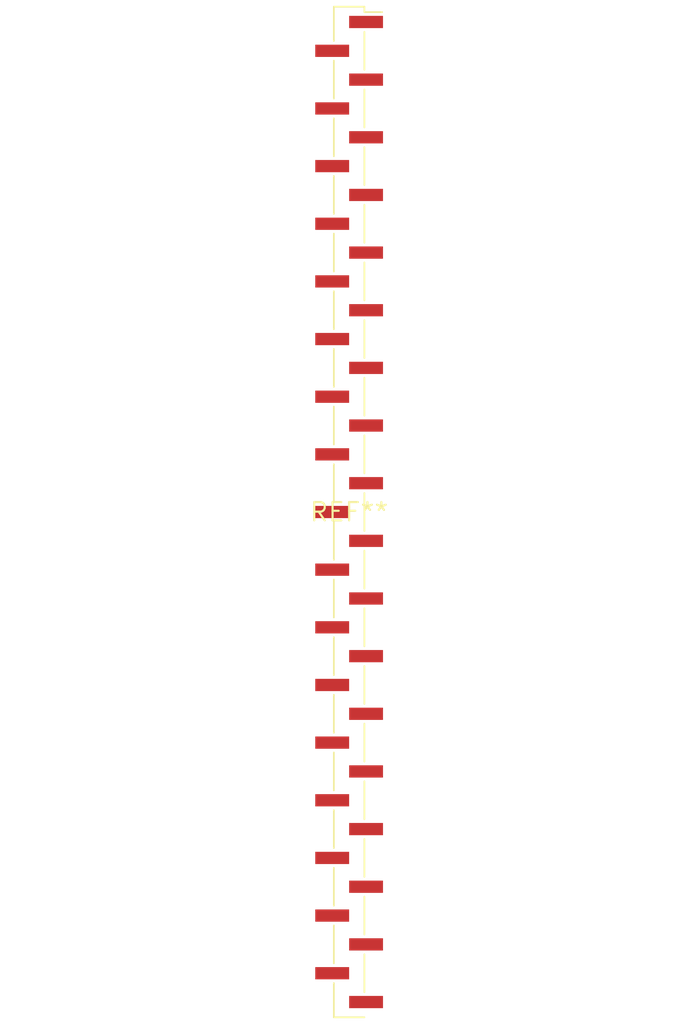
<source format=kicad_pcb>
(kicad_pcb (version 20240108) (generator pcbnew)
  (layers (0 "F.Cu" signal) (31 "B.Cu" signal) (34 "B.Paste" user) (35 "F.Paste" user) (36 "B.SilkS" user "B.Silkscreen") (37 "F.SilkS" user "F.Silkscreen") (38 "B.Mask" user) (39 "F.Mask" user) (44 "Edge.Cuts" user))
  (net 0 "")
  (footprint "PinHeader_1x35_P2.00mm_Vertical_SMD_Pin1Right" (layer "F.Cu") (at 0 0)
    (property "Reference" "REF**")
    (property "Value" "PinHeader_1x35_P2.00mm_Vertical_SMD_Pin1Right")
    (fp_line (start -1.06 -35.06) (end -1.06 -32.685) (layer "F.SilkS") (stroke (width 0.12)))
    (fp_line (start -1.06 -35.06) (end 1.06 -35.06) (layer "F.SilkS") (stroke (width 0.12)))
    (fp_line (start -1.06 -31.315) (end -1.06 -28.685) (layer "F.SilkS") (stroke (width 0.12)))
    (fp_line (start -1.06 -27.315) (end -1.06 -24.685) (layer "F.SilkS") (stroke (width 0.12)))
    (fp_line (start -1.06 -23.315) (end -1.06 -20.685) (layer "F.SilkS") (stroke (width 0.12)))
    (fp_line (start -1.06 -19.315) (end -1.06 -16.685) (layer "F.SilkS") (stroke (width 0.12)))
    (fp_line (start -1.06 -15.315) (end -1.06 -12.685) (layer "F.SilkS") (stroke (width 0.12)))
    (fp_line (start -1.06 -11.315) (end -1.06 -8.685) (layer "F.SilkS") (stroke (width 0.12)))
    (fp_line (start -1.06 -7.315) (end -1.06 -4.685) (layer "F.SilkS") (stroke (width 0.12)))
    (fp_line (start -1.06 -3.315) (end -1.06 -0.685) (layer "F.SilkS") (stroke (width 0.12)))
    (fp_line (start -1.06 0.685) (end -1.06 3.315) (layer "F.SilkS") (stroke (width 0.12)))
    (fp_line (start -1.06 4.685) (end -1.06 7.315) (layer "F.SilkS") (stroke (width 0.12)))
    (fp_line (start -1.06 8.685) (end -1.06 11.315) (layer "F.SilkS") (stroke (width 0.12)))
    (fp_line (start -1.06 12.685) (end -1.06 15.315) (layer "F.SilkS") (stroke (width 0.12)))
    (fp_line (start -1.06 16.685) (end -1.06 19.315) (layer "F.SilkS") (stroke (width 0.12)))
    (fp_line (start -1.06 20.685) (end -1.06 23.315) (layer "F.SilkS") (stroke (width 0.12)))
    (fp_line (start -1.06 24.685) (end -1.06 27.315) (layer "F.SilkS") (stroke (width 0.12)))
    (fp_line (start -1.06 28.685) (end -1.06 31.315) (layer "F.SilkS") (stroke (width 0.12)))
    (fp_line (start -1.06 32.685) (end -1.06 35.06) (layer "F.SilkS") (stroke (width 0.12)))
    (fp_line (start -1.06 34.685) (end -1.06 35.06) (layer "F.SilkS") (stroke (width 0.12)))
    (fp_line (start -1.06 35.06) (end 1.06 35.06) (layer "F.SilkS") (stroke (width 0.12)))
    (fp_line (start 1.06 -35.06) (end 1.06 -34.685) (layer "F.SilkS") (stroke (width 0.12)))
    (fp_line (start 1.06 -34.685) (end 2.29 -34.685) (layer "F.SilkS") (stroke (width 0.12)))
    (fp_line (start 1.06 -33.315) (end 1.06 -30.685) (layer "F.SilkS") (stroke (width 0.12)))
    (fp_line (start 1.06 -29.315) (end 1.06 -26.685) (layer "F.SilkS") (stroke (width 0.12)))
    (fp_line (start 1.06 -25.315) (end 1.06 -22.685) (layer "F.SilkS") (stroke (width 0.12)))
    (fp_line (start 1.06 -21.315) (end 1.06 -18.685) (layer "F.SilkS") (stroke (width 0.12)))
    (fp_line (start 1.06 -17.315) (end 1.06 -14.685) (layer "F.SilkS") (stroke (width 0.12)))
    (fp_line (start 1.06 -13.315) (end 1.06 -10.685) (layer "F.SilkS") (stroke (width 0.12)))
    (fp_line (start 1.06 -9.315) (end 1.06 -6.685) (layer "F.SilkS") (stroke (width 0.12)))
    (fp_line (start 1.06 -5.315) (end 1.06 -2.685) (layer "F.SilkS") (stroke (width 0.12)))
    (fp_line (start 1.06 -1.315) (end 1.06 1.315) (layer "F.SilkS") (stroke (width 0.12)))
    (fp_line (start 1.06 2.685) (end 1.06 5.315) (layer "F.SilkS") (stroke (width 0.12)))
    (fp_line (start 1.06 6.685) (end 1.06 9.315) (layer "F.SilkS") (stroke (width 0.12)))
    (fp_line (start 1.06 10.685) (end 1.06 13.315) (layer "F.SilkS") (stroke (width 0.12)))
    (fp_line (start 1.06 14.685) (end 1.06 17.315) (layer "F.SilkS") (stroke (width 0.12)))
    (fp_line (start 1.06 18.685) (end 1.06 21.315) (layer "F.SilkS") (stroke (width 0.12)))
    (fp_line (start 1.06 22.685) (end 1.06 25.315) (layer "F.SilkS") (stroke (width 0.12)))
    (fp_line (start 1.06 26.685) (end 1.06 29.315) (layer "F.SilkS") (stroke (width 0.12)))
    (fp_line (start 1.06 30.685) (end 1.06 33.315) (layer "F.SilkS") (stroke (width 0.12)))
    (pad "1" smd rect (at 1.175 -34) (size 2.35 0.85) (layers "F.Cu" "F.Paste" "F.Mask"))
    (pad "2" smd rect (at -1.175 -32) (size 2.35 0.85) (layers "F.Cu" "F.Paste" "F.Mask"))
    (pad "3" smd rect (at 1.175 -30) (size 2.35 0.85) (layers "F.Cu" "F.Paste" "F.Mask"))
    (pad "4" smd rect (at -1.175 -28) (size 2.35 0.85) (layers "F.Cu" "F.Paste" "F.Mask"))
    (pad "5" smd rect (at 1.175 -26) (size 2.35 0.85) (layers "F.Cu" "F.Paste" "F.Mask"))
    (pad "6" smd rect (at -1.175 -24) (size 2.35 0.85) (layers "F.Cu" "F.Paste" "F.Mask"))
    (pad "7" smd rect (at 1.175 -22) (size 2.35 0.85) (layers "F.Cu" "F.Paste" "F.Mask"))
    (pad "8" smd rect (at -1.175 -20) (size 2.35 0.85) (layers "F.Cu" "F.Paste" "F.Mask"))
    (pad "9" smd rect (at 1.175 -18) (size 2.35 0.85) (layers "F.Cu" "F.Paste" "F.Mask"))
    (pad "10" smd rect (at -1.175 -16) (size 2.35 0.85) (layers "F.Cu" "F.Paste" "F.Mask"))
    (pad "11" smd rect (at 1.175 -14) (size 2.35 0.85) (layers "F.Cu" "F.Paste" "F.Mask"))
    (pad "12" smd rect (at -1.175 -12) (size 2.35 0.85) (layers "F.Cu" "F.Paste" "F.Mask"))
    (pad "13" smd rect (at 1.175 -10) (size 2.35 0.85) (layers "F.Cu" "F.Paste" "F.Mask"))
    (pad "14" smd rect (at -1.175 -8) (size 2.35 0.85) (layers "F.Cu" "F.Paste" "F.Mask"))
    (pad "15" smd rect (at 1.175 -6) (size 2.35 0.85) (layers "F.Cu" "F.Paste" "F.Mask"))
    (pad "16" smd rect (at -1.175 -4) (size 2.35 0.85) (layers "F.Cu" "F.Paste" "F.Mask"))
    (pad "17" smd rect (at 1.175 -2) (size 2.35 0.85) (layers "F.Cu" "F.Paste" "F.Mask"))
    (pad "18" smd rect (at -1.175 0) (size 2.35 0.85) (layers "F.Cu" "F.Paste" "F.Mask"))
    (pad "19" smd rect (at 1.175 2) (size 2.35 0.85) (layers "F.Cu" "F.Paste" "F.Mask"))
    (pad "20" smd rect (at -1.175 4) (size 2.35 0.85) (layers "F.Cu" "F.Paste" "F.Mask"))
    (pad "21" smd rect (at 1.175 6) (size 2.35 0.85) (layers "F.Cu" "F.Paste" "F.Mask"))
    (pad "22" smd rect (at -1.175 8) (size 2.35 0.85) (layers "F.Cu" "F.Paste" "F.Mask"))
    (pad "23" smd rect (at 1.175 10) (size 2.35 0.85) (layers "F.Cu" "F.Paste" "F.Mask"))
    (pad "24" smd rect (at -1.175 12) (size 2.35 0.85) (layers "F.Cu" "F.Paste" "F.Mask"))
    (pad "25" smd rect (at 1.175 14) (size 2.35 0.85) (layers "F.Cu" "F.Paste" "F.Mask"))
    (pad "26" smd rect (at -1.175 16) (size 2.35 0.85) (layers "F.Cu" "F.Paste" "F.Mask"))
    (pad "27" smd rect (at 1.175 18) (size 2.35 0.85) (layers "F.Cu" "F.Paste" "F.Mask"))
    (pad "28" smd rect (at -1.175 20) (size 2.35 0.85) (layers "F.Cu" "F.Paste" "F.Mask"))
    (pad "29" smd rect (at 1.175 22) (size 2.35 0.85) (layers "F.Cu" "F.Paste" "F.Mask"))
    (pad "30" smd rect (at -1.175 24) (size 2.35 0.85) (layers "F.Cu" "F.Paste" "F.Mask"))
    (pad "31" smd rect (at 1.175 26) (size 2.35 0.85) (layers "F.Cu" "F.Paste" "F.Mask"))
    (pad "32" smd rect (at -1.175 28) (size 2.35 0.85) (layers "F.Cu" "F.Paste" "F.Mask"))
    (pad "33" smd rect (at 1.175 30) (size 2.35 0.85) (layers "F.Cu" "F.Paste" "F.Mask"))
    (pad "34" smd rect (at -1.175 32) (size 2.35 0.85) (layers "F.Cu" "F.Paste" "F.Mask"))
    (pad "35" smd rect (at 1.175 34) (size 2.35 0.85) (layers "F.Cu" "F.Paste" "F.Mask"))
  )
)
</source>
